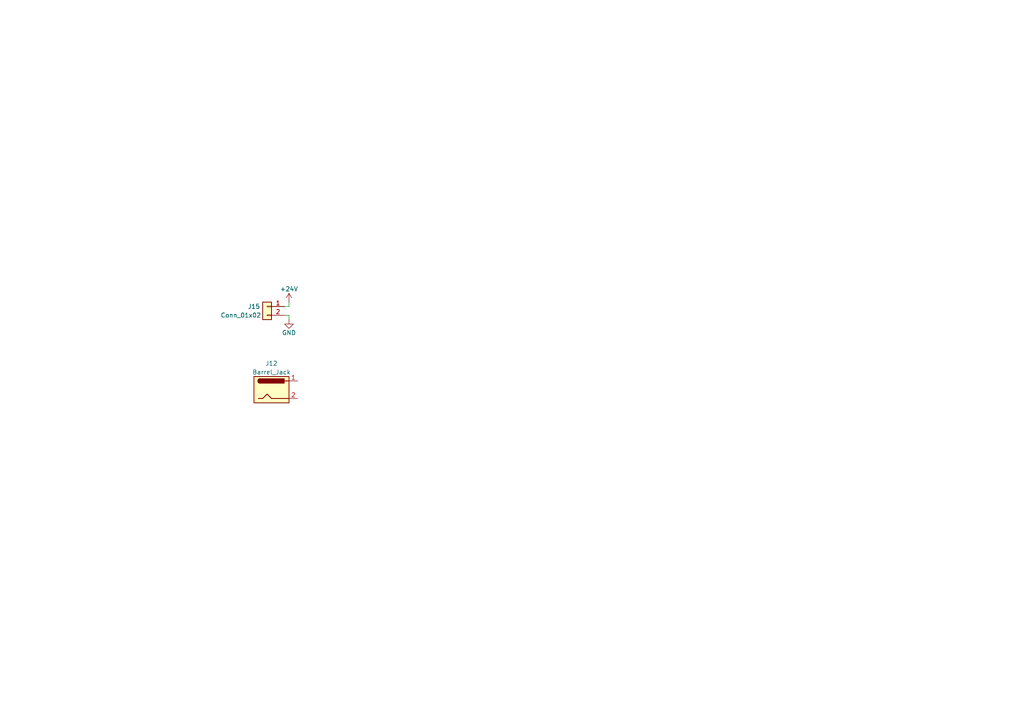
<source format=kicad_sch>
(kicad_sch (version 20211123) (generator eeschema)
  (paper "A4")
  (title_block (title "AIO438-Mainboard-TPCB") (date "2022-04-27") (rev "0.1") (company "ZOUDIO"))
  (lib_symbols
    (symbol "Connector:Barrel_Jack" (pin_names (offset 1.016))
      (property "Reference" "J" (at 0 5.334 0))
      (property "Value" "Barrel_Jack" (at 0 -5.08 0))
      (symbol "Barrel_Jack_0_1"
        (rectangle (start -5.08 3.81) (end 5.08 -3.81) (stroke (width 0.254)) (fill (type background)))
        (arc (start -3.302 3.175) (mid -3.937 2.54) (end -3.302 1.905) (stroke (width 0.254)))
        (arc (start -3.302 3.175) (mid -3.937 2.54) (end -3.302 1.905) (stroke (width 0.254)) (fill (type outline)))
        (polyline (pts (xy 5.08 2.54) (xy 3.81 2.54)) (stroke (width 0.254)))
        (polyline (pts (xy -3.81 -2.54) (xy -2.54 -2.54) (xy -1.27 -1.27) (xy 0 -2.54) (xy 2.54 -2.54) (xy 5.08 -2.54)) (stroke (width 0.254)))
        (rectangle (start 3.683 3.175) (end -3.302 1.905) (stroke (width 0.254)) (fill (type outline)))
      )
      (symbol "Barrel_Jack_1_1"
        (pin passive line (at 7.62 2.54 180) (length 2.54) (name "~") (number "1"))
        (pin passive line (at 7.62 -2.54 180) (length 2.54) (name "~") (number "2"))
      )
    )
    (symbol "Connector_Generic:Conn_01x02" (pin_names (offset 1.016) hide)
      (property "Reference" "J" (at 0 2.54 0))
      (property "Value" "Conn_01x02" (at 0 -5.08 0))
      (symbol "Conn_01x02_1_1"
        (rectangle (start -1.27 -2.413) (end 0 -2.667) (stroke (width 0.1524)))
        (rectangle (start -1.27 0.127) (end 0 -0.127) (stroke (width 0.1524)))
        (rectangle (start -1.27 1.27) (end 1.27 -3.81) (stroke (width 0.254)) (fill (type background)))
        (pin passive line (at -5.08 0 0) (length 3.81) (name "Pin_1") (number "1"))
        (pin passive line (at -5.08 -2.54 0) (length 3.81) (name "Pin_2") (number "2"))
      )
    )
    (symbol "power:+24V" (power) (pin_names (offset 0))
      (property "Value" "+24V" (at 0 3.556 0))
      (symbol "+24V_0_1"
        (polyline (pts (xy -0.762 1.27) (xy 0 2.54)))
        (polyline (pts (xy 0 0) (xy 0 2.54)))
        (polyline (pts (xy 0 2.54) (xy 0.762 1.27)))
      )
      (symbol "+24V_1_1"
        (pin power_in line (at 0 0 90) (length 0) hide (name "+24V") (number "1"))
      )
    )
    (symbol "power:GND" (power) (pin_names (offset 0))
      (property "Value" "GND" (at 0 -3.81 0))
      (symbol "GND_0_1"
        (polyline (pts (xy 0 0) (xy 0 -1.27) (xy 1.27 -1.27) (xy 0 -2.54) (xy -1.27 -1.27) (xy 0 -1.27)))
      )
      (symbol "GND_1_1"
        (pin power_in line (at 0 0 270) (length 0) hide (name "GND") (number "1"))
      )
    )
  )
  (wire (pts (xy 82.55 88.9) (xy 83.82 88.9)))
  (wire (pts (xy 83.82 87.63) (xy 83.82 88.9)))
  (wire (pts (xy 83.82 91.44) (xy 83.82 92.71)))
  (wire (pts (xy 82.55 91.44) (xy 83.82 91.44)))
  (symbol (lib_id "power:GND") (at 83.82 92.71 0) (unit 1)
    (property "Reference" "#PWR0116" (effects hide))
    (property "Value" "GND" (at 83.82 96.52 0))
  )
  (symbol (lib_id "Connector:Barrel_Jack") (at 78.74 113.03 0) (unit 1)
    (property "Reference" "J12" (at 78.74 105.41 0))
    (property "Value" "Barrel_Jack" (at 78.74 107.95 0))
    (property "Footprint" "Connector_BarrelJack:BarrelJack_GCT_DCJ200-10-A_Horizontal" (effects hide))
  )
  (symbol (lib_id "power:+24V") (at 83.82 87.63 0) (unit 1)
    (property "Reference" "#PWR0117" (effects hide))
    (property "Value" "+24V" (at 83.82 83.82 0))
  )
  (symbol (lib_id "Connector_Generic:Conn_01x02") (at 77.47 88.9 0) (mirror y) (unit 1)
    (property "Reference" "J15" (at 73.66 88.9 0))
    (property "Value" "Conn_01x02" (at 69.85 91.44 0))
    (property "Footprint" "Connector_Phoenix_MSTB:PhoenixContact_MSTBA_2,5_2-G-5,08_1x02_P5.08mm_Horizontal" (effects hide))
  )
)
</source>
